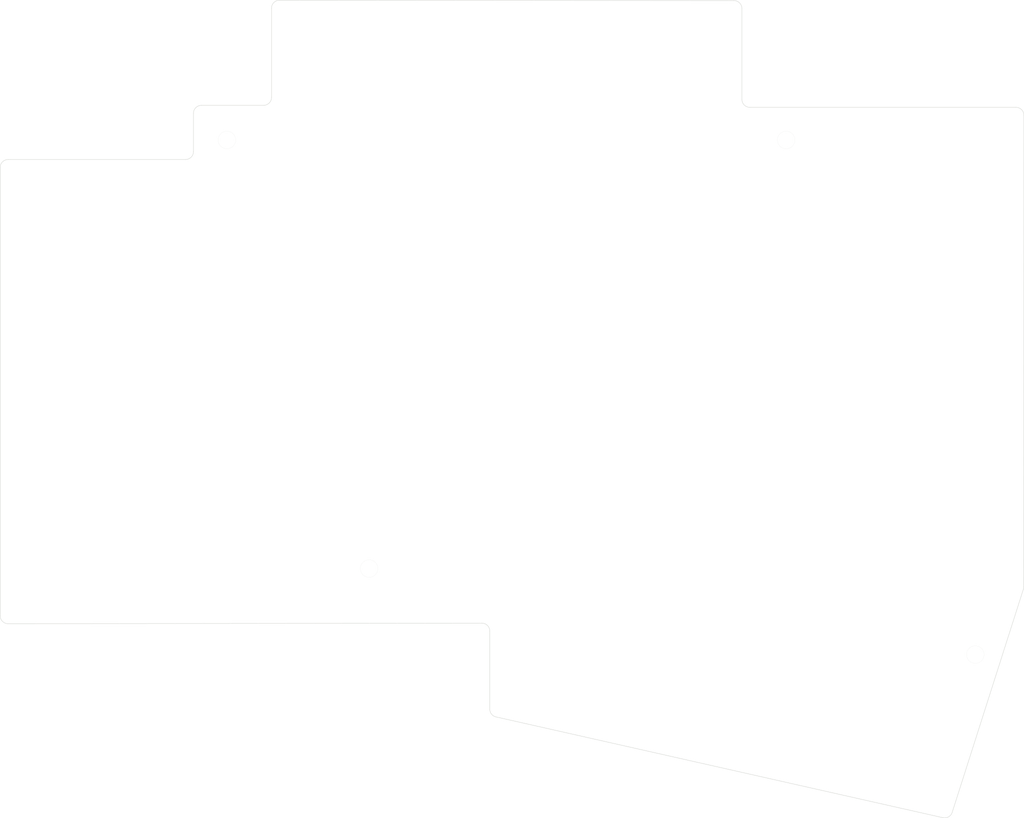
<source format=kicad_pcb>
(kicad_pcb (version 20241229) (generator "pcbnew") (generator_version "9.0")
  (layers (0 "F.Cu" signal) (2 "B.Cu" signal) (13 "F.Paste" user) (15 "B.Paste" user) (5 "F.SilkS" user "F.Silkscreen") (7 "B.SilkS" user "B.Silkscreen") (1 "F.Mask" user) (3 "B.Mask" user) (25 "Edge.Cuts" user))
  (net 0 "")
  (footprint "kbd_Hole:m2_Screw_Hole_EdgeCuts" (layer "F.Cu") (at 155.2 59.15)
    (property "Reference" "Ref**" (hide yes))
    (property "Value" "Val**" (hide yes))
    (fp_circle (center 0 0) (end 1.1 0) (stroke (width 0.01)) (fill no) (layer "Edge.Cuts"))
  )
  (footprint "kbd_Hole:m2_Screw_Hole_EdgeCuts" (layer "F.Cu") (at 102.85 112.95)
    (property "Reference" "Ref**" (hide yes))
    (property "Value" "Val**" (hide yes))
    (fp_circle (center 0 0) (end 1.1 0) (stroke (width 0.01)) (fill no) (layer "Edge.Cuts"))
  )
  (footprint "kbd_Hole:m2_Screw_Hole_EdgeCuts" (layer "F.Cu") (at 85 59.15)
    (property "Reference" "Ref**" (hide yes))
    (property "Value" "Val**" (hide yes))
    (fp_circle (center 0 0) (end 1.1 0) (stroke (width 0.01)) (fill no) (layer "Edge.Cuts"))
  )
  (footprint "kbd_Hole:m2_Screw_Hole_EdgeCuts" (layer "F.Cu") (at 178.95 123.75)
    (property "Reference" "Ref**" (hide yes))
    (property "Value" "Val**" (hide yes))
    (fp_circle (center 0 0) (end 1.1 0) (stroke (width 0.01)) (fill no) (layer "Edge.Cuts"))
  )
  (gr_arc (start 116.996217 119.803797) (mid 117.705768 120.095347) (end 118 120.80379) (stroke (width 0.05)) (layer "Edge.Cuts"))
  (gr_line (start 80.8 55.8) (end 80.8 60.6) (stroke (width 0.05)) (layer "Edge.Cuts"))
  (gr_arc (start 90.6 42.600854) (mid 90.893211 41.893475) (end 91.600854 41.600855) (stroke (width 0.05)) (layer "Edge.Cuts"))
  (gr_line (start 174.875695 144.224991) (end 118.780031 131.575891) (stroke (width 0.05)) (layer "Edge.Cuts"))
  (gr_arc (start 118.780031 131.575891) (mid 118.218985 131.224896) (end 118 130.600384) (stroke (width 0.05)) (layer "Edge.Cuts"))
  (gr_arc (start 56.5375 62.6) (mid 56.830393 61.892893) (end 57.5375 61.6) (stroke (width 0.05)) (layer "Edge.Cuts"))
  (gr_line (start 89.6 54.8) (end 81.8 54.8) (stroke (width 0.05)) (layer "Edge.Cuts"))
  (gr_line (start 56.5375 62.6) (end 56.5375 118.875) (stroke (width 0.05)) (layer "Edge.Cuts"))
  (gr_line (start 57.5375 61.6) (end 79.8 61.6) (stroke (width 0.05)) (layer "Edge.Cuts"))
  (gr_arc (start 80.8 60.6) (mid 80.507107 61.307107) (end 79.8 61.6) (stroke (width 0.05)) (layer "Edge.Cuts"))
  (gr_arc (start 150.65 55.05) (mid 149.942893 54.757107) (end 149.65 54.05) (stroke (width 0.05)) (layer "Edge.Cuts"))
  (gr_arc (start 176.055927 143.53255) (mid 175.602783 144.112202) (end 174.875695 144.224991) (stroke (width 0.05)) (layer "Edge.Cuts"))
  (gr_arc (start 80.8 55.8) (mid 81.092893 55.092893) (end 81.8 54.8) (stroke (width 0.05)) (layer "Edge.Cuts"))
  (gr_line (start 184.990239 115.523164) (end 176.055927 143.53255) (stroke (width 0.05)) (layer "Edge.Cuts"))
  (gr_line (start 116.996217 119.803797) (end 57.5375 119.875) (stroke (width 0.05)) (layer "Edge.Cuts"))
  (gr_line (start 149.65 42.649579) (end 149.65 54.05) (stroke (width 0.05)) (layer "Edge.Cuts"))
  (gr_arc (start 184.049793 55.05) (mid 184.756977 55.342964) (end 185.049793 56.050207) (stroke (width 0.05)) (layer "Edge.Cuts"))
  (gr_line (start 148.650421 41.649579) (end 91.600854 41.600855) (stroke (width 0.05)) (layer "Edge.Cuts"))
  (gr_line (start 185.049793 56.050207) (end 185.037532 115.219481) (stroke (width 0.05)) (layer "Edge.Cuts"))
  (gr_line (start 150.65 55.05) (end 184.049793 55.05) (stroke (width 0.05)) (layer "Edge.Cuts"))
  (gr_arc (start 185.037532 115.219481) (mid 185.025622 115.37315) (end 184.990239 115.523164) (stroke (width 0.05)) (layer "Edge.Cuts"))
  (gr_arc (start 90.6 53.8) (mid 90.307107 54.507107) (end 89.6 54.8) (stroke (width 0.05)) (layer "Edge.Cuts"))
  (gr_line (start 90.6 42.600854) (end 90.6 53.8) (stroke (width 0.05)) (layer "Edge.Cuts"))
  (gr_arc (start 57.5375 119.875) (mid 56.830393 119.582107) (end 56.5375 118.875) (stroke (width 0.05)) (layer "Edge.Cuts"))
  (gr_line (start 118 130.600384) (end 118 120.80379) (stroke (width 0.05)) (layer "Edge.Cuts"))
  (gr_arc (start 148.650421 41.649579) (mid 149.357263 41.94262) (end 149.65 42.649579) (stroke (width 0.05)) (layer "Edge.Cuts"))
)
</source>
